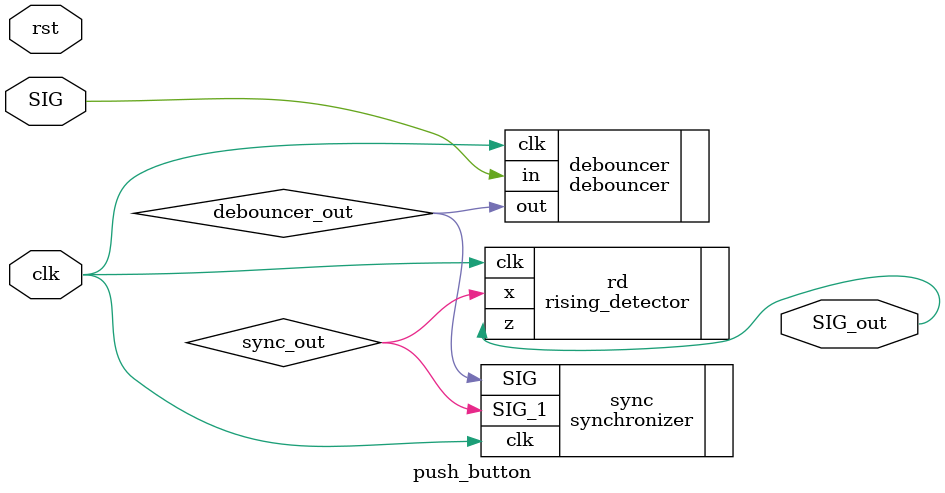
<source format=v>
`timescale 1ns/1ns

module push_button(input clk, rst, SIG, output SIG_out);
    wire debouncer_out, sync_out;
    debouncer debouncer(.clk(clk), .in(SIG), .out(debouncer_out));
    synchronizer sync(.clk(clk), .SIG(debouncer_out), .SIG_1(sync_out));
    rising_detector rd(.clk(clk), .x(sync_out), .z(SIG_out));
    
endmodule
</source>
